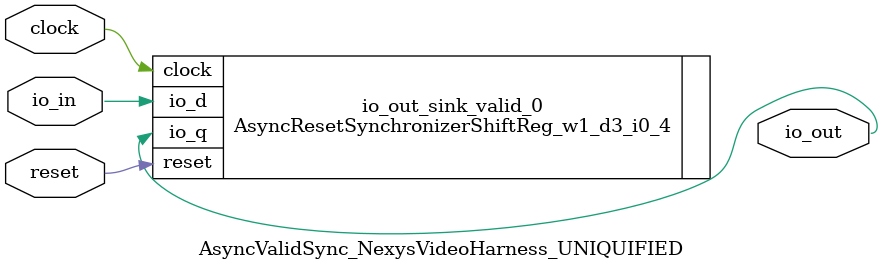
<source format=sv>
`ifndef RANDOMIZE
  `ifdef RANDOMIZE_REG_INIT
    `define RANDOMIZE
  `endif // RANDOMIZE_REG_INIT
`endif // not def RANDOMIZE
`ifndef RANDOMIZE
  `ifdef RANDOMIZE_MEM_INIT
    `define RANDOMIZE
  `endif // RANDOMIZE_MEM_INIT
`endif // not def RANDOMIZE

`ifndef RANDOM
  `define RANDOM $random
`endif // not def RANDOM

// Users can define 'PRINTF_COND' to add an extra gate to prints.
`ifndef PRINTF_COND_
  `ifdef PRINTF_COND
    `define PRINTF_COND_ (`PRINTF_COND)
  `else  // PRINTF_COND
    `define PRINTF_COND_ 1
  `endif // PRINTF_COND
`endif // not def PRINTF_COND_

// Users can define 'ASSERT_VERBOSE_COND' to add an extra gate to assert error printing.
`ifndef ASSERT_VERBOSE_COND_
  `ifdef ASSERT_VERBOSE_COND
    `define ASSERT_VERBOSE_COND_ (`ASSERT_VERBOSE_COND)
  `else  // ASSERT_VERBOSE_COND
    `define ASSERT_VERBOSE_COND_ 1
  `endif // ASSERT_VERBOSE_COND
`endif // not def ASSERT_VERBOSE_COND_

// Users can define 'STOP_COND' to add an extra gate to stop conditions.
`ifndef STOP_COND_
  `ifdef STOP_COND
    `define STOP_COND_ (`STOP_COND)
  `else  // STOP_COND
    `define STOP_COND_ 1
  `endif // STOP_COND
`endif // not def STOP_COND_

// Users can define INIT_RANDOM as general code that gets injected into the
// initializer block for modules with registers.
`ifndef INIT_RANDOM
  `define INIT_RANDOM
`endif // not def INIT_RANDOM

// If using random initialization, you can also define RANDOMIZE_DELAY to
// customize the delay used, otherwise 0.002 is used.
`ifndef RANDOMIZE_DELAY
  `define RANDOMIZE_DELAY 0.002
`endif // not def RANDOMIZE_DELAY

// Define INIT_RANDOM_PROLOG_ for use in our modules below.
`ifndef INIT_RANDOM_PROLOG_
  `ifdef RANDOMIZE
    `ifdef VERILATOR
      `define INIT_RANDOM_PROLOG_ `INIT_RANDOM
    `else  // VERILATOR
      `define INIT_RANDOM_PROLOG_ `INIT_RANDOM #`RANDOMIZE_DELAY begin end
    `endif // VERILATOR
  `else  // RANDOMIZE
    `define INIT_RANDOM_PROLOG_
  `endif // RANDOMIZE
`endif // not def INIT_RANDOM_PROLOG_

// Include register initializers in init blocks unless synthesis is set
`ifndef SYNTHESIS
  `ifndef ENABLE_INITIAL_REG_
    `define ENABLE_INITIAL_REG_
  `endif // not def ENABLE_INITIAL_REG_
`endif // not def SYNTHESIS

// Include rmemory initializers in init blocks unless synthesis is set
`ifndef SYNTHESIS
  `ifndef ENABLE_INITIAL_MEM_
    `define ENABLE_INITIAL_MEM_
  `endif // not def ENABLE_INITIAL_MEM_
`endif // not def SYNTHESIS

module AsyncValidSync_NexysVideoHarness_UNIQUIFIED(
  input  io_in,	// @[generators/rocket-chip/src/main/scala/util/AsyncQueue.scala:59:14]
  output io_out,	// @[generators/rocket-chip/src/main/scala/util/AsyncQueue.scala:59:14]
  input  clock,	// @[generators/rocket-chip/src/main/scala/util/AsyncQueue.scala:63:17]
         reset	// @[generators/rocket-chip/src/main/scala/util/AsyncQueue.scala:64:17]
);

  AsyncResetSynchronizerShiftReg_w1_d3_i0_4 io_out_sink_valid_0 (	// @[generators/rocket-chip/src/main/scala/util/ShiftReg.scala:45:23]
    .clock (clock),
    .reset (reset),
    .io_d  (io_in),
    .io_q  (io_out)
  );
endmodule


</source>
